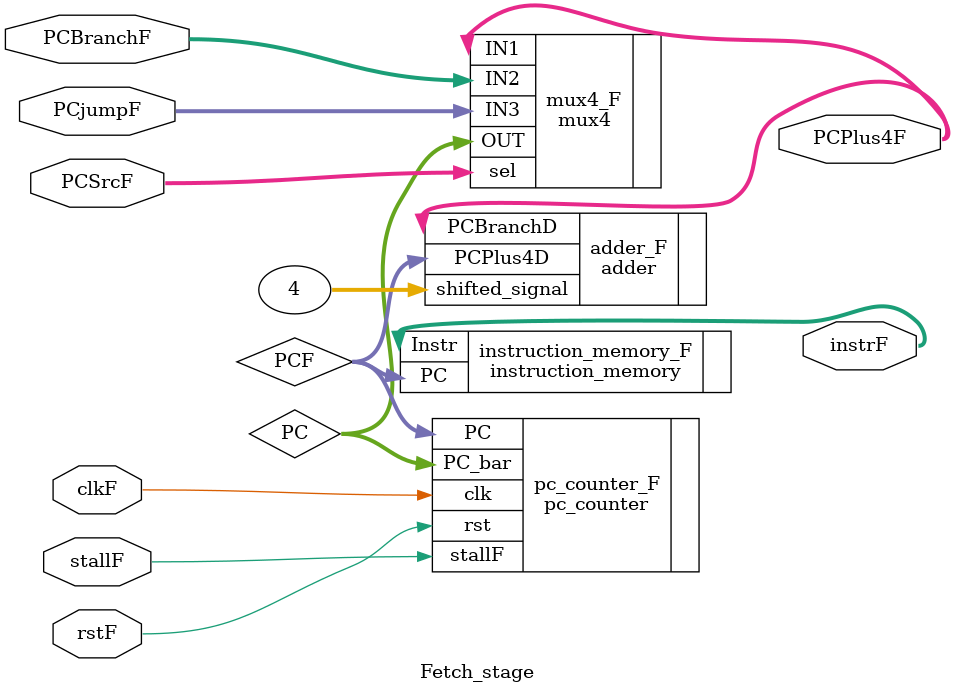
<source format=v>
module Fetch_stage (
    input   wire [1:0]  PCSrcF,
    input   wire [31:0] PCjumpF,
    input   wire [31:0] PCBranchF,
    input   wire        stallF,
    input   wire        clkF,
    input   wire        rstF,
    output  wire [31:0] instrF,
    output  wire [31:0] PCPlus4F       
);

wire [31:0] PC;
wire [31:0] PCF;

// mux 
mux4 mux4_F (
     .sel(PCSrcF),
     .IN1(PCPlus4F),
     .IN2(PCBranchF),
     .IN3(PCjumpF),
     .OUT(PC)
);

//PC

pc_counter pc_counter_F(
    .PC_bar(PC), 
    .clk(clkF),
    .rst(rstF),
    .stallF(stallF),
    .PC(PCF)
);

// Adder

adder adder_F (
    .PCPlus4D(PCF),
    .shifted_signal(32'd4),
    .PCBranchD(PCPlus4F)
);

// Instruction memory

instruction_memory instruction_memory_F (
    .PC(PCF),
    .Instr(instrF)
);


endmodule
</source>
